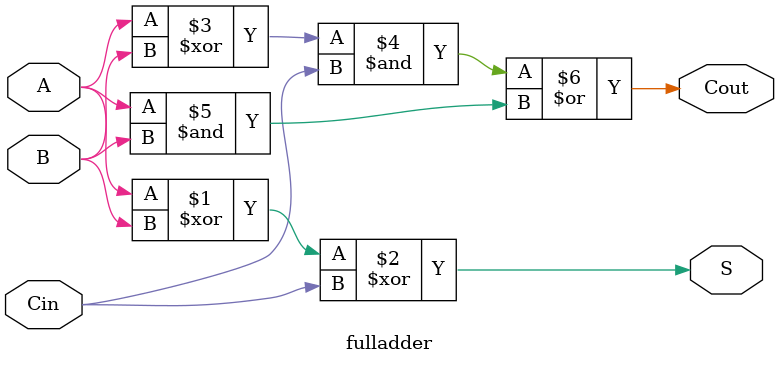
<source format=v>
module fulladder
(
 input A,
 input B,
 input Cin,
 
 output S, 
 output Cout
 );
 
  assign S = A^B^Cin;
	assign Cout = ((A^B) & Cin) | (A & B);
 
endmodule

</source>
